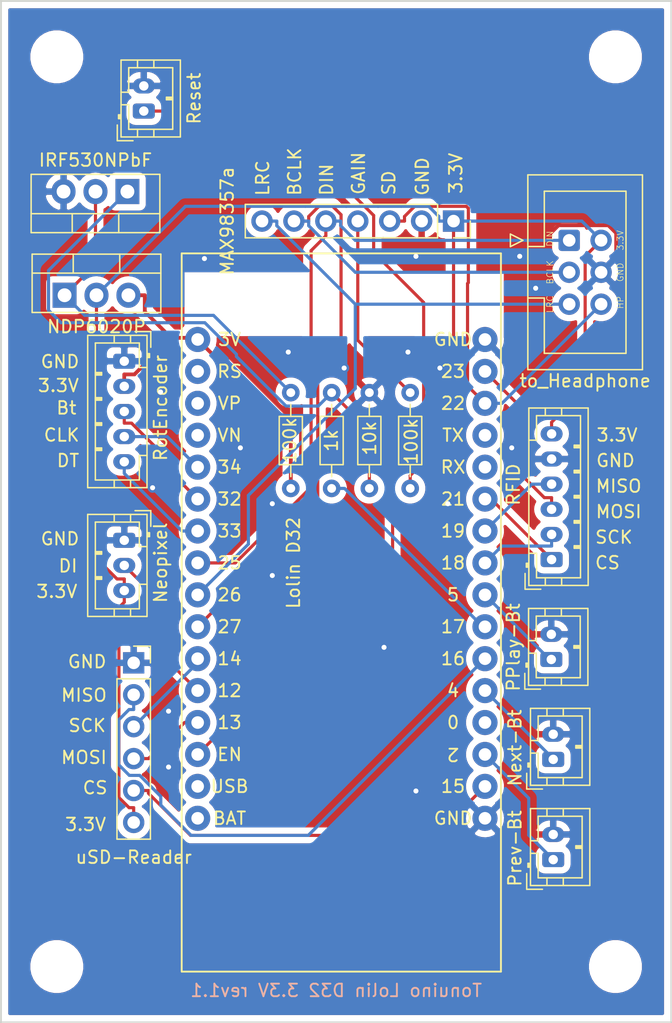
<source format=kicad_pcb>
(kicad_pcb (version 20171130) (host pcbnew "(5.1.8-0-10_14)")
  (layers (0 F.Cu signal) (31 B.Cu signal) (34 B.Paste user) (35 F.Paste user) (36 B.SilkS user) (37 F.SilkS user) (38 B.Mask user) (39 F.Mask user) (44 Edge.Cuts user))
  (net 0 "")
  (net 1 I2S_LRC)
  (net 2 I2S_BCLK)
  (net 3 DIN)
  (net 4 "Net-(J1-Pad4)")
  (net 5 Headphone)
  (net 6 GND)
  (net 7 SW_Power3.3)
  (net 8 NEO_DO)
  (net 9 +3V3)
  (net 10 ROTENC_BUT)
  (net 11 ROTENC_CLK)
  (net 12 ROTENC_DT)
  (net 13 BUT_NEXT)
  (net 14 CS_RFID)
  (net 15 SCK_RFID)
  (net 16 MOSI_RFID)
  (net 17 MISO_RFID)
  (net 18 BUT_PREV)
  (net 19 BUT_PPLAY)
  (net 20 MISO_SD)
  (net 21 SCK_SD)
  (net 22 MOSI_SD)
  (net 23 CS_SD)
  (net 24 "Net-(M1-Pad13)")
  (net 25 "Net-(M1-Pad14)")
  (net 26 "Net-(M1-Pad15)")
  (net 27 "Net-(M1-Pad20)")
  (net 28 "Net-(M1-Pad23)")
  (net 29 "Net-(Q1-Pad1)")
  (net 30 "Net-(Q2-Pad1)")
  (net 31 "Net-(M1-Pad1)")
  (net 32 "Net-(M1-Pad2)")
  (net 33 "Net-(M1-Pad28)")
  (net 34 "Net-(M1-Pad29)")
  (net 35 EN)
  (module MountingHole:MountingHole_3.2mm_M3 (layer F.Cu) (at 106.045 23.495)
    (fp_text reference H1 hide)
    (fp_text value MountingHole hide)
    (pad 1 np_thru_hole circle (at 0 0) (size 3.2 3.2) (drill 3.2) (layers *.Cu *.Mask))
  )
  (module MountingHole:MountingHole_3.2mm_M3 (layer F.Cu) (at 150.495 23.495)
    (fp_text reference H2 hide)
    (fp_text value MountingHole hide)
    (pad 1 np_thru_hole circle (at 0 0) (size 3.2 3.2) (drill 3.2) (layers *.Cu *.Mask))
  )
  (module MountingHole:MountingHole_3.2mm_M3 (layer F.Cu) (at 106.045 95.885)
    (fp_text reference H3 hide)
    (fp_text value MountingHole hide)
    (pad 1 np_thru_hole circle (at 0 0) (size 3.2 3.2) (drill 3.2) (layers *.Cu *.Mask))
  )
  (module MountingHole:MountingHole_3.2mm_M3 (layer F.Cu) (at 150.495 95.885)
    (fp_text reference H4 hide)
    (fp_text value MountingHole hide)
    (pad 1 np_thru_hole circle (at 0 0) (size 3.2 3.2) (drill 3.2) (layers *.Cu *.Mask))
  )
  (module Connector_JST:JST_PH_B3B-PH-K_1x03_P2.00mm_Vertical (layer F.Cu) (at 111.412 61.968 270)
    (fp_text reference J2 hide)
    (fp_text value Neopixel (at 1.786 -2.888 90) (layer F.SilkS))
    (pad 1 thru_hole roundrect (at 0 0 270) (size 1.2 1.75) (drill 0.75) (layers *.Cu *.Mask) (roundrect_rratio 0.2083325) (net 6 GND))
    (pad 2 thru_hole oval (at 2 0 270) (size 1.2 1.75) (drill 0.75) (layers *.Cu *.Mask) (net 8 NEO_DO))
    (pad 3 thru_hole oval (at 4 0 270) (size 1.2 1.75) (drill 0.75) (layers *.Cu *.Mask) (net 7 SW_Power3.3))
  )
  (module Connector_IDC:IDC-Header_2x03_P2.54mm_Vertical (layer F.Cu) (at 146.812 38.1)
    (fp_text reference J3 hide)
    (fp_text value to_Headphone (at 1.27 11.18) (layer F.SilkS))
    (pad 1 thru_hole roundrect (at 0 0) (size 1.7 1.7) (drill 1) (layers *.Cu *.Mask) (roundrect_rratio 0.1470588235294118) (net 3 DIN))
    (pad 3 thru_hole circle (at 0 2.54) (size 1.7 1.7) (drill 1) (layers *.Cu *.Mask) (net 2 I2S_BCLK))
    (pad 5 thru_hole circle (at 0 5.08) (size 1.7 1.7) (drill 1) (layers *.Cu *.Mask) (net 1 I2S_LRC))
    (pad 2 thru_hole circle (at 2.54 0) (size 1.7 1.7) (drill 1) (layers *.Cu *.Mask) (net 7 SW_Power3.3))
    (pad 4 thru_hole circle (at 2.54 2.54) (size 1.7 1.7) (drill 1) (layers *.Cu *.Mask) (net 6 GND))
    (pad 6 thru_hole circle (at 2.54 5.08) (size 1.7 1.7) (drill 1) (layers *.Cu *.Mask) (net 5 Headphone))
  )
  (module Connector_JST:JST_PH_B5B-PH-K_1x05_P2.00mm_Vertical (layer F.Cu) (at 111.412 47.718 270)
    (fp_text reference J4 hide)
    (fp_text value RotEncoder (at 3.717 -2.888 90) (layer F.SilkS))
    (pad 1 thru_hole roundrect (at 0 0 270) (size 1.2 1.75) (drill 0.75) (layers *.Cu *.Mask) (roundrect_rratio 0.2083325) (net 6 GND))
    (pad 2 thru_hole oval (at 2 0 270) (size 1.2 1.75) (drill 0.75) (layers *.Cu *.Mask) (net 9 +3V3))
    (pad 3 thru_hole oval (at 4 0 270) (size 1.2 1.75) (drill 0.75) (layers *.Cu *.Mask) (net 10 ROTENC_BUT))
    (pad 4 thru_hole oval (at 6 0 270) (size 1.2 1.75) (drill 0.75) (layers *.Cu *.Mask) (net 11 ROTENC_CLK))
    (pad 5 thru_hole oval (at 8 0 270) (size 1.2 1.75) (drill 0.75) (layers *.Cu *.Mask) (net 12 ROTENC_DT))
  )
  (module Connector_JST:JST_PH_B2B-PH-K_1x02_P2.00mm_Vertical (layer F.Cu) (at 145.542 79.4004 90)
    (fp_text reference J5 hide)
    (fp_text value Next-Bt (at 0.9144 -3.048 90) (layer F.SilkS))
    (pad 1 thru_hole roundrect (at 0 0 90) (size 1.2 1.75) (drill 0.75) (layers *.Cu *.Mask) (roundrect_rratio 0.2083325) (net 13 BUT_NEXT))
    (pad 2 thru_hole oval (at 2 0 90) (size 1.2 1.75) (drill 0.75) (layers *.Cu *.Mask) (net 6 GND))
  )
  (module Connector_JST:JST_PH_B6B-PH-K_1x06_P2.00mm_Vertical (layer F.Cu) (at 145.412 63.5 90)
    (fp_text reference J6 hide)
    (fp_text value RFID (at 5.969 -3.045 90) (layer F.SilkS))
    (pad 1 thru_hole roundrect (at 0 0 90) (size 1.2 1.75) (drill 0.75) (layers *.Cu *.Mask) (roundrect_rratio 0.2083325) (net 14 CS_RFID))
    (pad 2 thru_hole oval (at 2 0 90) (size 1.2 1.75) (drill 0.75) (layers *.Cu *.Mask) (net 15 SCK_RFID))
    (pad 3 thru_hole oval (at 4 0 90) (size 1.2 1.75) (drill 0.75) (layers *.Cu *.Mask) (net 16 MOSI_RFID))
    (pad 4 thru_hole oval (at 6 0 90) (size 1.2 1.75) (drill 0.75) (layers *.Cu *.Mask) (net 17 MISO_RFID))
    (pad 5 thru_hole oval (at 8 0 90) (size 1.2 1.75) (drill 0.75) (layers *.Cu *.Mask) (net 6 GND))
    (pad 6 thru_hole oval (at 10 0 90) (size 1.2 1.75) (drill 0.75) (layers *.Cu *.Mask) (net 7 SW_Power3.3))
  )
  (module Connector_JST:JST_PH_B2B-PH-K_1x02_P2.00mm_Vertical (layer F.Cu) (at 145.542 87.376 90)
    (fp_text reference J7 hide)
    (fp_text value Prev-Bt hide)
    (pad 2 thru_hole oval (at 2 0 90) (size 1.2 1.75) (drill 0.75) (layers *.Cu *.Mask) (net 6 GND))
    (pad 1 thru_hole roundrect (at 0 0 90) (size 1.2 1.75) (drill 0.75) (layers *.Cu *.Mask) (roundrect_rratio 0.2083325) (net 18 BUT_PREV))
  )
  (module Connector_JST:JST_PH_B2B-PH-K_1x02_P2.00mm_Vertical (layer F.Cu) (at 145.39 71.4502 90)
    (fp_text reference J8 hide)
    (fp_text value PPlay-Bt (at 0.9652 -3.023 90) (layer F.SilkS))
    (pad 1 thru_hole roundrect (at 0 0 90) (size 1.2 1.75) (drill 0.75) (layers *.Cu *.Mask) (roundrect_rratio 0.2083325) (net 19 BUT_PPLAY))
    (pad 2 thru_hole oval (at 2 0 90) (size 1.2 1.75) (drill 0.75) (layers *.Cu *.Mask) (net 6 GND))
  )
  (module footprints:LolinD32 (layer F.Cu) (at 127.412 63.768 90)
    (fp_text reference M1 hide)
    (fp_text value "Lolin D32" (at 0 -2.54 90) (layer F.SilkS))
    (fp_text user BAT (at -20.32 -7.62) (layer F.SilkS))
    (fp_text user USB (at -17.78 -7.62) (layer F.SilkS))
    (fp_text user EN (at -15.24 -7.62) (layer F.SilkS))
    (fp_text user 13 (at -12.7 -7.62) (layer F.SilkS))
    (fp_text user 12 (at -10.16 -7.62) (layer F.SilkS))
    (fp_text user 14 (at -7.62 -7.62) (layer F.SilkS))
    (fp_text user 27 (at -5.08 -7.62) (layer F.SilkS))
    (fp_text user 26 (at -2.54 -7.62) (layer F.SilkS))
    (fp_text user 25 (at 0 -7.62) (layer F.SilkS))
    (fp_text user 33 (at 2.54 -7.62) (layer F.SilkS))
    (fp_text user 32 (at 5.08 -7.62) (layer F.SilkS))
    (fp_text user 34 (at 7.62 -7.62) (layer F.SilkS))
    (fp_text user VN (at 10.16 -7.62) (layer F.SilkS))
    (fp_text user VP (at 12.7 -7.62) (layer F.SilkS))
    (fp_text user RS (at 15.24 -7.62) (layer F.SilkS))
    (fp_text user 3V (at 17.78 -7.62) (layer F.SilkS))
    (fp_text user GND (at -20.32 10.16) (layer F.SilkS))
    (fp_text user 15 (at -17.78 10.16) (layer F.SilkS))
    (fp_text user 2 (at -15.24 10.16 180 unlocked) (layer F.SilkS))
    (fp_text user 0 (at -12.7 10.16) (layer F.SilkS))
    (fp_text user 4 (at -10.16 10.16) (layer F.SilkS))
    (fp_text user 16 (at -7.62 10.16) (layer F.SilkS))
    (fp_text user 17 (at -5.08 10.16) (layer F.SilkS))
    (fp_text user 5 (at -2.54 10.16) (layer F.SilkS))
    (fp_text user 18 (at 0 10.16) (layer F.SilkS))
    (fp_text user 19 (at 2.54 10.16) (layer F.SilkS))
    (fp_text user 21 (at 5.08 10.16) (layer F.SilkS))
    (fp_text user RX (at 7.62 10.16) (layer F.SilkS))
    (fp_text user TX (at 10.16 10.16) (layer F.SilkS))
    (fp_text user 22 (at 12.7 10.16) (layer F.SilkS))
    (fp_text user 23 (at 15.24 10.16) (layer F.SilkS))
    (fp_text user GND (at 17.78 10.16) (layer F.SilkS))
    (pad 1 thru_hole circle (at -20.32 -10.16 90) (size 2 2) (drill 1) (layers *.Cu *.Mask) (net 31 "Net-(M1-Pad1)"))
    (pad 2 thru_hole circle (at -17.78 -10.16 90) (size 2 2) (drill 1) (layers *.Cu *.Mask) (net 32 "Net-(M1-Pad2)"))
    (pad 3 thru_hole circle (at -15.24 -10.16 90) (size 2 2) (drill 1) (layers *.Cu *.Mask) (net 35 EN))
    (pad 4 thru_hole circle (at -12.7 -10.16 90) (size 2 2) (drill 1) (layers *.Cu *.Mask) (net 22 MOSI_SD))
    (pad 5 thru_hole circle (at -10.16 -10.16 90) (size 2 2) (drill 1) (layers *.Cu *.Mask) (net 8 NEO_DO))
    (pad 6 thru_hole circle (at -7.62 -10.16 90) (size 2 2) (drill 1) (layers *.Cu *.Mask) (net 21 SCK_SD))
    (pad 7 thru_hole circle (at -5.08 -10.16 90) (size 2 2) (drill 1) (layers *.Cu *.Mask) (net 2 I2S_BCLK))
    (pad 8 thru_hole circle (at -2.54 -10.16 90) (size 2 2) (drill 1) (layers *.Cu *.Mask) (net 1 I2S_LRC))
    (pad 9 thru_hole circle (at 0 -10.16 90) (size 2 2) (drill 1) (layers *.Cu *.Mask) (net 3 DIN))
    (pad 10 thru_hole circle (at 2.54 -10.16 90) (size 2 2) (drill 1) (layers *.Cu *.Mask) (net 12 ROTENC_DT))
    (pad 11 thru_hole circle (at 5.08 -10.16 90) (size 2 2) (drill 1) (layers *.Cu *.Mask) (net 10 ROTENC_BUT))
    (pad 12 thru_hole circle (at 7.62 -10.16 90) (size 2 2) (drill 1) (layers *.Cu *.Mask) (net 11 ROTENC_CLK))
    (pad 13 thru_hole circle (at 10.16 -10.16 90) (size 2 2) (drill 1) (layers *.Cu *.Mask) (net 24 "Net-(M1-Pad13)"))
    (pad 14 thru_hole circle (at 12.7 -10.16 90) (size 2 2) (drill 1) (layers *.Cu *.Mask) (net 25 "Net-(M1-Pad14)"))
    (pad 15 thru_hole circle (at 15.24 -10.16 90) (size 2 2) (drill 1) (layers *.Cu *.Mask) (net 26 "Net-(M1-Pad15)"))
    (pad 16 thru_hole circle (at 17.78 -10.16 90) (size 2 2) (drill 1) (layers *.Cu *.Mask) (net 9 +3V3))
    (pad 17 thru_hole circle (at -20.32 12.7 90) (size 2 2) (drill 1) (layers *.Cu *.Mask) (net 6 GND))
    (pad 18 thru_hole circle (at -17.78 12.7 90) (size 2 2) (drill 1) (layers *.Cu *.Mask) (net 23 CS_SD))
    (pad 19 thru_hole circle (at -15.24 12.7 90) (size 2 2) (drill 1) (layers *.Cu *.Mask) (net 18 BUT_PREV))
    (pad 20 thru_hole circle (at -12.7 12.7 90) (size 2 2) (drill 1) (layers *.Cu *.Mask) (net 27 "Net-(M1-Pad20)"))
    (pad 21 thru_hole circle (at -10.16 12.7 90) (size 2 2) (drill 1) (layers *.Cu *.Mask) (net 13 BUT_NEXT))
    (pad 22 thru_hole circle (at -7.62 12.7 90) (size 2 2) (drill 1) (layers *.Cu *.Mask) (net 20 MISO_SD))
    (pad 23 thru_hole circle (at -5.08 12.7 90) (size 2 2) (drill 1) (layers *.Cu *.Mask) (net 28 "Net-(M1-Pad23)"))
    (pad 24 thru_hole circle (at -2.54 12.7 90) (size 2 2) (drill 1) (layers *.Cu *.Mask) (net 19 BUT_PPLAY))
    (pad 25 thru_hole circle (at 0 12.7 90) (size 2 2) (drill 1) (layers *.Cu *.Mask) (net 15 SCK_RFID))
    (pad 26 thru_hole circle (at 2.54 12.7 90) (size 2 2) (drill 1) (layers *.Cu *.Mask) (net 17 MISO_RFID))
    (pad 27 thru_hole circle (at 5.08 12.7 90) (size 2 2) (drill 1) (layers *.Cu *.Mask) (net 14 CS_RFID))
    (pad 28 thru_hole circle (at 7.62 12.7 90) (size 2 2) (drill 1) (layers *.Cu *.Mask) (net 33 "Net-(M1-Pad28)"))
    (pad 29 thru_hole circle (at 10.16 12.7 90) (size 2 2) (drill 1) (layers *.Cu *.Mask) (net 34 "Net-(M1-Pad29)"))
    (pad 30 thru_hole circle (at 12.7 12.7 90) (size 2 2) (drill 1) (layers *.Cu *.Mask) (net 5 Headphone))
    (pad 31 thru_hole circle (at 15.24 12.7 90) (size 2 2) (drill 1) (layers *.Cu *.Mask) (net 16 MOSI_RFID))
    (pad 32 thru_hole circle (at 17.78 12.7 90) (size 2 2) (drill 1) (layers *.Cu *.Mask) (net 6 GND))
  )
  (module Package_TO_SOT_THT:TO-220-3_Vertical (layer F.Cu) (at 106.662 42.468)
    (fp_text reference Q1 hide)
    (fp_text value NDP6020P (at 2.54 2.5) (layer F.SilkS))
    (pad 3 thru_hole oval (at 5.08 0) (size 1.905 2) (drill 1.1) (layers *.Cu *.Mask) (net 9 +3V3))
    (pad 2 thru_hole oval (at 2.54 0) (size 1.905 2) (drill 1.1) (layers *.Cu *.Mask) (net 7 SW_Power3.3))
    (pad 1 thru_hole rect (at 0 0) (size 1.905 2) (drill 1.1) (layers *.Cu *.Mask) (net 29 "Net-(Q1-Pad1)"))
  )
  (module Package_TO_SOT_THT:TO-220-3_Vertical (layer F.Cu) (at 111.662 34.218 180)
    (fp_text reference Q2 hide)
    (fp_text value IRF530NPbF (at 2.54 2.5) (layer F.SilkS))
    (pad 1 thru_hole rect (at 0 0 180) (size 1.905 2) (drill 1.1) (layers *.Cu *.Mask) (net 30 "Net-(Q2-Pad1)"))
    (pad 2 thru_hole oval (at 2.54 0 180) (size 1.905 2) (drill 1.1) (layers *.Cu *.Mask) (net 29 "Net-(Q1-Pad1)"))
    (pad 3 thru_hole oval (at 5.08 0 180) (size 1.905 2) (drill 1.1) (layers *.Cu *.Mask) (net 6 GND))
  )
  (module Resistor_THT:R_Axial_DIN0204_L3.6mm_D1.6mm_P7.62mm_Horizontal (layer F.Cu) (at 134.162 50.218 270)
    (fp_text reference R1 hide)
    (fp_text value 100k (at 3.884 -0.077 90) (layer F.SilkS))
    (pad 2 thru_hole oval (at 7.62 0 270) (size 1.4 1.4) (drill 0.7) (layers *.Cu *.Mask) (net 7 SW_Power3.3))
    (pad 1 thru_hole circle (at 0 0 270) (size 1.4 1.4) (drill 0.7) (layers *.Cu *.Mask) (net 4 "Net-(J1-Pad4)"))
  )
  (module Resistor_THT:R_Axial_DIN0204_L3.6mm_D1.6mm_P7.62mm_Horizontal (layer F.Cu) (at 127.912 50.218 270)
    (fp_text reference R2 hide)
    (fp_text value 1k (at 3.81 0.023 90) (layer F.SilkS))
    (pad 1 thru_hole circle (at 0 0 270) (size 1.4 1.4) (drill 0.7) (layers *.Cu *.Mask) (net 30 "Net-(Q2-Pad1)"))
    (pad 2 thru_hole oval (at 7.62 0 270) (size 1.4 1.4) (drill 0.7) (layers *.Cu *.Mask) (net 28 "Net-(M1-Pad23)"))
  )
  (module Resistor_THT:R_Axial_DIN0204_L3.6mm_D1.6mm_P7.62mm_Horizontal (layer F.Cu) (at 124.662 50.218 270)
    (fp_text reference R3 hide)
    (fp_text value 100k (at 3.81 0.075 90) (layer F.SilkS))
    (pad 1 thru_hole circle (at 0 0 270) (size 1.4 1.4) (drill 0.7) (layers *.Cu *.Mask) (net 29 "Net-(Q1-Pad1)"))
    (pad 2 thru_hole oval (at 7.62 0 270) (size 1.4 1.4) (drill 0.7) (layers *.Cu *.Mask) (net 9 +3V3))
  )
  (module Resistor_THT:R_Axial_DIN0204_L3.6mm_D1.6mm_P7.62mm_Horizontal (layer F.Cu) (at 130.912 50.218 270)
    (fp_text reference R4 hide)
    (fp_text value 10k (at 3.63 -0.025 90) (layer F.SilkS))
    (pad 2 thru_hole oval (at 7.62 0 270) (size 1.4 1.4) (drill 0.7) (layers *.Cu *.Mask) (net 30 "Net-(Q2-Pad1)"))
    (pad 1 thru_hole circle (at 0 0 270) (size 1.4 1.4) (drill 0.7) (layers *.Cu *.Mask) (net 6 GND))
  )
  (module Connector_PinSocket_2.54mm:PinSocket_1x07_P2.54mm_Vertical (layer F.Cu) (at 137.612 36.568 270)
    (fp_text reference J1 hide)
    (fp_text value MAX98357a (at 0 18.01 90) (layer F.SilkS))
    (pad 1 thru_hole rect (at 0 0 270) (size 1.7 1.7) (drill 1) (layers *.Cu *.Mask) (net 7 SW_Power3.3))
    (pad 2 thru_hole oval (at 0 2.54 270) (size 1.7 1.7) (drill 1) (layers *.Cu *.Mask) (net 6 GND))
    (pad 3 thru_hole oval (at 0 5.08 270) (size 1.7 1.7) (drill 1) (layers *.Cu *.Mask) (net 5 Headphone))
    (pad 4 thru_hole oval (at 0 7.62 270) (size 1.7 1.7) (drill 1) (layers *.Cu *.Mask) (net 4 "Net-(J1-Pad4)"))
    (pad 5 thru_hole oval (at 0 10.16 270) (size 1.7 1.7) (drill 1) (layers *.Cu *.Mask) (net 3 DIN))
    (pad 6 thru_hole oval (at 0 12.7 270) (size 1.7 1.7) (drill 1) (layers *.Cu *.Mask) (net 2 I2S_BCLK))
    (pad 7 thru_hole oval (at 0 15.24 270) (size 1.7 1.7) (drill 1) (layers *.Cu *.Mask) (net 1 I2S_LRC))
  )
  (module Connector_JST:JST_PH_B2B-PH-K_1x02_P2.00mm_Vertical (layer F.Cu) (at 112.966 27.813 90)
    (fp_text reference J9 hide)
    (fp_text value Reset (at 1 4 90) (layer F.SilkS))
    (pad 1 thru_hole roundrect (at 0 0 90) (size 1.2 1.75) (drill 0.75) (layers *.Cu *.Mask) (roundrect_rratio 0.2083325) (net 35 EN))
    (pad 2 thru_hole oval (at 2 0 90) (size 1.2 1.75) (drill 0.75) (layers *.Cu *.Mask) (net 6 GND))
  )
  (module Connector_PinSocket_2.54mm:PinSocket_1x06_P2.54mm_Vertical (layer F.Cu) (at 112.162 71.718)
    (fp_text reference J10 hide)
    (fp_text value uSD-Reader (at 0 15.47) (layer F.SilkS))
    (pad 1 thru_hole rect (at 0 0) (size 1.7 1.7) (drill 1) (layers *.Cu *.Mask) (net 6 GND))
    (pad 2 thru_hole oval (at 0 2.54) (size 1.7 1.7) (drill 1) (layers *.Cu *.Mask) (net 20 MISO_SD))
    (pad 3 thru_hole oval (at 0 5.08) (size 1.7 1.7) (drill 1) (layers *.Cu *.Mask) (net 21 SCK_SD))
    (pad 4 thru_hole oval (at 0 7.62) (size 1.7 1.7) (drill 1) (layers *.Cu *.Mask) (net 22 MOSI_SD))
    (pad 5 thru_hole oval (at 0 10.16) (size 1.7 1.7) (drill 1) (layers *.Cu *.Mask) (net 23 CS_SD))
    (pad 6 thru_hole oval (at 0 12.7) (size 1.7 1.7) (drill 1) (layers *.Cu *.Mask) (net 7 SW_Power3.3))
  )
  (gr_line (start 101.6 100.33) (end 101.6 19.05) (layer Edge.Cuts) (width 0.15))
  (gr_line (start 154.94 100.33) (end 101.6 100.33) (layer Edge.Cuts) (width 0.15))
  (gr_line (start 154.94 19.05) (end 154.94 100.33) (layer Edge.Cuts) (width 0.15))
  (gr_line (start 101.6 19.05) (end 154.94 19.05) (layer Edge.Cuts) (width 0.15))
  (gr_text "Tonuino Lolin D32 3.3V rev1.1" (at 128.27 97.79) (layer B.SilkS) (effects (font (size 1 1)) (justify mirror)))
  (gr_text 3.3V (at 137.795 32.766 90) (layer F.SilkS) (effects (font (size 1 1))))
  (gr_text GND (at 135.128 33.02 90) (layer F.SilkS) (effects (font (size 1 1))))
  (gr_text SD (at 132.461 33.528 90) (layer F.SilkS) (effects (font (size 1 1))))
  (gr_text GAIN (at 130.048 32.766 90) (layer F.SilkS) (effects (font (size 1 1))))
  (gr_text DIN (at 127.508 33.274 90) (layer F.SilkS) (effects (font (size 1 1))))
  (gr_text BCLK (at 124.968 32.639 90) (layer F.SilkS) (effects (font (size 1 1))))
  (gr_text LRC (at 122.428 33.147 90) (layer F.SilkS) (effects (font (size 1 1))))
  (gr_text LRC (at 145.288 43.18 90) (layer F.SilkS) (effects (font (size 0.5 0.5) (thickness 0.05))))
  (gr_text BCLK (at 145.288 40.64 90) (layer F.SilkS) (effects (font (size 0.5 0.5) (thickness 0.05))))
  (gr_text DIN (at 145.288 37.973 90) (layer F.SilkS) (effects (font (size 0.5 0.5) (thickness 0.05))))
  (gr_text 3.3V (at 150.876 38.1 90) (layer F.SilkS) (effects (font (size 0.5 0.5) (thickness 0.05))))
  (gr_text GND (at 150.876 40.64 90) (layer F.SilkS) (effects (font (size 0.5 0.5) (thickness 0.05))))
  (gr_text HP (at 150.876 43.053 90) (layer F.SilkS) (effects (font (size 0.5 0.5) (thickness 0.05))))
  (gr_text CS (at 149.86 63.754) (layer F.SilkS) (effects (font (size 1 1))))
  (gr_text SCK (at 150.368 61.722) (layer F.SilkS) (effects (font (size 1 1))))
  (gr_text MOSI (at 150.749 59.69) (layer F.SilkS) (effects (font (size 1 1))))
  (gr_text MISO (at 150.749 57.658) (layer F.SilkS) (effects (font (size 1 1))))
  (gr_text GND (at 150.495 55.626) (layer F.SilkS) (effects (font (size 1 1))))
  (gr_text 3.3V (at 150.622 53.594) (layer F.SilkS) (effects (font (size 1 1))))
  (gr_text Prev-Bt (at 142.494 86.487 90) (layer F.SilkS) (effects (font (size 1 1))))
  (gr_text 3.3V (at 108.331 84.582) (layer F.SilkS) (effects (font (size 1 1))))
  (gr_text CS (at 109.093 81.661) (layer F.SilkS) (effects (font (size 1 1))))
  (gr_text MOSI (at 108.204 79.248) (layer F.SilkS) (effects (font (size 1 1))))
  (gr_text SCK (at 108.458 76.708) (layer F.SilkS) (effects (font (size 1 1))))
  (gr_text MISO (at 108.204 74.295) (layer F.SilkS) (effects (font (size 1 1))))
  (gr_text GND (at 108.458 71.628) (layer F.SilkS) (effects (font (size 1 1))))
  (gr_text 3.3V (at 106.045 66.04) (layer F.SilkS) (effects (font (size 1 1))))
  (gr_text DI (at 106.934 64.008) (layer F.SilkS) (effects (font (size 1 1))))
  (gr_text GND (at 106.299 61.849) (layer F.SilkS) (effects (font (size 1 1))))
  (gr_text DT (at 106.934 55.626) (layer F.SilkS) (effects (font (size 1 1))))
  (gr_text CLK (at 106.426 53.594) (layer F.SilkS) (effects (font (size 1 1))))
  (gr_text Bt (at 106.807 51.435) (layer F.SilkS) (effects (font (size 1 1))))
  (gr_text 3.3V (at 106.172 49.657) (layer F.SilkS) (effects (font (size 1 1))))
  (gr_text GND (at 106.299 47.752) (layer F.SilkS) (effects (font (size 1 1))))
  (segment (start 129.792 43.18) (end 146.812 43.18) (width 0.25) (layer B.Cu) (net 1))
  (segment (start 123.5473 36.568) (end 123.5473 36.9353) (width 0.25) (layer B.Cu) (net 1))
  (segment (start 123.5473 36.9353) (end 129.792 43.18) (width 0.25) (layer B.Cu) (net 1))
  (segment (start 117.252 66.308) (end 121.287 62.273) (width 0.25) (layer B.Cu) (net 1))
  (segment (start 121.287 62.273) (end 121.287 58.3929) (width 0.25) (layer B.Cu) (net 1))
  (segment (start 121.287 58.3929) (end 129.792 49.8879) (width 0.25) (layer B.Cu) (net 1))
  (segment (start 129.792 49.8879) (end 129.792 43.18) (width 0.25) (layer B.Cu) (net 1))
  (segment (start 122.372 36.568) (end 123.5473 36.568) (width 0.25) (layer B.Cu) (net 1))
  (segment (start 124.912 36.568) (end 126.0873 36.568) (width 0.25) (layer F.Cu) (net 2))
  (segment (start 126.0873 36.568) (end 126.0873 36.2007) (width 0.25) (layer F.Cu) (net 2))
  (segment (start 126.0873 36.2007) (end 126.903 35.385) (width 0.25) (layer F.Cu) (net 2))
  (segment (start 126.903 35.385) (end 127.9847 35.385) (width 0.25) (layer F.Cu) (net 2))
  (segment (start 127.9847 35.385) (end 128.6606 36.0609) (width 0.25) (layer F.Cu) (net 2))
  (segment (start 128.6606 36.0609) (end 128.6606 46.0482) (width 0.25) (layer F.Cu) (net 2))
  (segment (start 128.6606 46.0482) (end 126.8069 47.9019) (width 0.25) (layer F.Cu) (net 2))
  (segment (start 126.8069 47.9019) (end 126.8069 59.2931) (width 0.25) (layer F.Cu) (net 2))
  (segment (start 126.8069 59.2931) (end 117.252 68.848) (width 0.25) (layer F.Cu) (net 2))
  (segment (start 124.912 36.568) (end 126.0873 36.568) (width 0.25) (layer B.Cu) (net 2))
  (segment (start 126.0873 36.568) (end 126.0873 36.9353) (width 0.25) (layer B.Cu) (net 2))
  (segment (start 126.0873 36.9353) (end 129.792 40.64) (width 0.25) (layer B.Cu) (net 2))
  (segment (start 129.792 40.64) (end 146.812 40.64) (width 0.25) (layer B.Cu) (net 2))
  (segment (start 127.452 36.568) (end 127.452 37.7433) (width 0.25) (layer F.Cu) (net 3))
  (segment (start 127.452 37.7433) (end 126.2767 38.9186) (width 0.25) (layer F.Cu) (net 3))
  (segment (start 126.2767 38.9186) (end 126.2767 57.7399) (width 0.25) (layer F.Cu) (net 3))
  (segment (start 126.2767 57.7399) (end 120.2486 63.768) (width 0.25) (layer F.Cu) (net 3))
  (segment (start 120.2486 63.768) (end 117.252 63.768) (width 0.25) (layer F.Cu) (net 3))
  (segment (start 127.452 36.568) (end 128.6273 36.568) (width 0.25) (layer B.Cu) (net 3))
  (segment (start 128.6273 36.568) (end 128.6273 36.9353) (width 0.25) (layer B.Cu) (net 3))
  (segment (start 128.6273 36.9353) (end 129.792 38.1) (width 0.25) (layer B.Cu) (net 3))
  (segment (start 129.792 38.1) (end 146.812 38.1) (width 0.25) (layer B.Cu) (net 3))
  (segment (start 129.992 36.568) (end 129.992 46.048) (width 0.25) (layer F.Cu) (net 4))
  (segment (start 129.992 46.048) (end 134.162 50.218) (width 0.25) (layer F.Cu) (net 4))
  (segment (start 132.532 36.568) (end 133.7073 36.568) (width 0.25) (layer F.Cu) (net 5))
  (segment (start 133.7073 36.568) (end 133.7073 36.2007) (width 0.25) (layer F.Cu) (net 5))
  (segment (start 133.7073 36.2007) (end 134.5154 35.3926) (width 0.25) (layer F.Cu) (net 5))
  (segment (start 134.5154 35.3926) (end 138.6287 35.3926) (width 0.25) (layer F.Cu) (net 5))
  (segment (start 138.6287 35.3926) (end 138.7896 35.5535) (width 0.25) (layer F.Cu) (net 5))
  (segment (start 138.7896 35.5535) (end 138.7896 41.4659) (width 0.25) (layer F.Cu) (net 5))
  (segment (start 138.7896 41.4659) (end 138.724 41.5315) (width 0.25) (layer F.Cu) (net 5))
  (segment (start 138.724 41.5315) (end 138.724 49.68) (width 0.25) (layer F.Cu) (net 5))
  (segment (start 138.724 49.68) (end 140.112 51.068) (width 0.25) (layer F.Cu) (net 5))
  (segment (start 140.112 51.068) (end 141.464 51.068) (width 0.25) (layer B.Cu) (net 5))
  (segment (start 141.464 51.068) (end 149.352 43.18) (width 0.25) (layer B.Cu) (net 5))
  (via (at 117.79 39.55) (size 0.8) (drill 0.4) (layers F.Cu B.Cu) (net 6))
  (via (at 132.08 70.485) (size 0.8) (drill 0.4) (layers F.Cu B.Cu) (net 6))
  (via (at 134.62 81.915) (size 0.8) (drill 0.4) (layers F.Cu B.Cu) (net 6))
  (via (at 123.19 64.77) (size 0.8) (drill 0.4) (layers F.Cu B.Cu) (net 6))
  (via (at 137.16 59.055) (size 0.8) (drill 0.4) (layers F.Cu B.Cu) (net 6))
  (via (at 136.525 48.26) (size 0.8) (drill 0.4) (layers F.Cu B.Cu) (net 6))
  (via (at 133.985 46.99) (size 0.8) (drill 0.4) (layers F.Cu B.Cu) (net 6))
  (via (at 114.3 50.165) (size 0.8) (drill 0.4) (layers F.Cu B.Cu) (net 6))
  (via (at 123.19 59.055) (size 0.8) (drill 0.4) (layers F.Cu B.Cu) (net 6))
  (via (at 120.65 54.61) (size 0.8) (drill 0.4) (layers F.Cu B.Cu) (net 6))
  (via (at 113.665 57.785) (size 0.8) (drill 0.4) (layers F.Cu B.Cu) (net 6))
  (via (at 144.145 41.91) (size 0.8) (drill 0.4) (layers F.Cu B.Cu) (net 6))
  (via (at 142.875 39.37) (size 0.8) (drill 0.4) (layers F.Cu B.Cu) (net 6))
  (via (at 134.62 39.37) (size 0.8) (drill 0.4) (layers F.Cu B.Cu) (net 6))
  (via (at 114.935 75.565) (size 0.8) (drill 0.4) (layers F.Cu B.Cu) (net 6))
  (segment (start 114.935 75.565) (end 114.935 80.01) (width 0.3) (layer B.Cu) (net 6))
  (segment (start 114.935 80.01) (end 114.935 80.01) (width 0.3) (layer B.Cu) (net 6))
  (via (at 114.935 80.01) (size 0.8) (drill 0.4) (layers F.Cu B.Cu) (net 6))
  (segment (start 135.072 38.918) (end 134.62 39.37) (width 0.3) (layer F.Cu) (net 6))
  (segment (start 135.072 36.568) (end 135.072 38.918) (width 0.3) (layer F.Cu) (net 6))
  (segment (start 144.145 38.718454) (end 144.145 41.91) (width 0.3) (layer F.Cu) (net 6))
  (segment (start 145.963464 36.89999) (end 144.145 38.718454) (width 0.3) (layer F.Cu) (net 6))
  (segment (start 149.927992 36.89999) (end 145.963464 36.89999) (width 0.3) (layer F.Cu) (net 6))
  (segment (start 150.552001 37.523999) (end 149.927992 36.89999) (width 0.3) (layer F.Cu) (net 6))
  (segment (start 150.552001 39.439999) (end 150.552001 37.523999) (width 0.3) (layer F.Cu) (net 6))
  (segment (start 149.352 40.64) (end 150.552001 39.439999) (width 0.3) (layer F.Cu) (net 6))
  (via (at 128.905 48.26) (size 0.8) (drill 0.4) (layers F.Cu B.Cu) (net 6))
  (segment (start 128.905 48.26) (end 125.095 48.26) (width 0.3) (layer B.Cu) (net 6))
  (segment (start 125.095 48.26) (end 124.46 47.625) (width 0.3) (layer B.Cu) (net 6))
  (via (at 124.46 46.99) (size 0.8) (drill 0.4) (layers F.Cu B.Cu) (net 6))
  (via (at 142.24 54.61) (size 0.8) (drill 0.4) (layers F.Cu B.Cu) (net 6))
  (segment (start 112.966 25.813) (end 111.347 25.813) (width 0.3) (layer F.Cu) (net 6))
  (segment (start 106.582 30.578) (end 106.582 34.218) (width 0.3) (layer F.Cu) (net 6))
  (segment (start 111.347 25.813) (end 106.582 30.578) (width 0.3) (layer F.Cu) (net 6))
  (segment (start 137.612 36.568) (end 136.4367 36.568) (width 0.25) (layer B.Cu) (net 7))
  (segment (start 109.202 42.468) (end 116.2773 35.3927) (width 0.25) (layer B.Cu) (net 7))
  (segment (start 116.2773 35.3927) (end 135.6288 35.3927) (width 0.25) (layer B.Cu) (net 7))
  (segment (start 135.6288 35.3927) (end 136.4367 36.2006) (width 0.25) (layer B.Cu) (net 7))
  (segment (start 136.4367 36.2006) (end 136.4367 36.568) (width 0.25) (layer B.Cu) (net 7))
  (segment (start 134.162 57.838) (end 134.162 56.8127) (width 0.25) (layer F.Cu) (net 7))
  (segment (start 137.612 36.568) (end 137.612 53.3627) (width 0.25) (layer F.Cu) (net 7))
  (segment (start 137.612 53.3627) (end 134.162 56.8127) (width 0.25) (layer F.Cu) (net 7))
  (segment (start 145.412 53.5) (end 145.412 52.5747) (width 0.25) (layer F.Cu) (net 7))
  (segment (start 145.412 52.5747) (end 148.082 49.9047) (width 0.25) (layer F.Cu) (net 7))
  (segment (start 148.082 49.9047) (end 148.082 39.37) (width 0.25) (layer F.Cu) (net 7))
  (segment (start 148.082 39.37) (end 149.352 38.1) (width 0.25) (layer F.Cu) (net 7))
  (segment (start 111.412 65.968) (end 111.412 65.0427) (width 0.25) (layer F.Cu) (net 7))
  (segment (start 109.202 42.468) (end 109.202 63.411) (width 0.25) (layer F.Cu) (net 7))
  (segment (start 109.202 63.411) (end 110.8337 65.0427) (width 0.25) (layer F.Cu) (net 7))
  (segment (start 110.8337 65.0427) (end 111.412 65.0427) (width 0.25) (layer F.Cu) (net 7))
  (segment (start 137.612 36.568) (end 147.82 36.568) (width 0.25) (layer B.Cu) (net 7))
  (segment (start 147.82 36.568) (end 149.352 38.1) (width 0.25) (layer B.Cu) (net 7))
  (segment (start 111.412 65.968) (end 111.412 66.8933) (width 0.25) (layer F.Cu) (net 7))
  (segment (start 112.162 84.418) (end 112.162 83.2427) (width 0.25) (layer F.Cu) (net 7))
  (segment (start 112.162 83.2427) (end 111.7947 83.2427) (width 0.25) (layer F.Cu) (net 7))
  (segment (start 111.7947 83.2427) (end 110.9866 82.4346) (width 0.25) (layer F.Cu) (net 7))
  (segment (start 110.9866 82.4346) (end 110.9866 67.3187) (width 0.25) (layer F.Cu) (net 7))
  (segment (start 110.9866 67.3187) (end 111.412 66.8933) (width 0.25) (layer F.Cu) (net 7))
  (segment (start 117.252 73.928) (end 113.6385 70.3145) (width 0.25) (layer F.Cu) (net 8))
  (segment (start 113.6385 70.3145) (end 113.6385 66.1945) (width 0.25) (layer F.Cu) (net 8))
  (segment (start 113.6385 66.1945) (end 111.412 63.968) (width 0.25) (layer F.Cu) (net 8))
  (segment (start 111.742 42.468) (end 113.0448 42.468) (width 0.3) (layer F.Cu) (net 9))
  (segment (start 115.1316 45.8576) (end 112.2215 48.7677) (width 0.3) (layer F.Cu) (net 9))
  (segment (start 112.2215 48.7677) (end 111.412 48.7677) (width 0.3) (layer F.Cu) (net 9))
  (segment (start 117.252 45.988) (end 117.1216 45.8576) (width 0.3) (layer F.Cu) (net 9))
  (segment (start 117.1216 45.8576) (end 115.1316 45.8576) (width 0.3) (layer F.Cu) (net 9))
  (segment (start 113.0448 42.468) (end 113.0448 43.7708) (width 0.3) (layer F.Cu) (net 9))
  (segment (start 113.0448 43.7708) (end 115.1316 45.8576) (width 0.3) (layer F.Cu) (net 9))
  (segment (start 111.412 49.718) (end 111.412 48.7677) (width 0.3) (layer F.Cu) (net 9))
  (segment (start 124.662 57.838) (end 124.662 53.398) (width 0.3) (layer F.Cu) (net 9))
  (segment (start 124.662 53.398) (end 117.252 45.988) (width 0.3) (layer F.Cu) (net 9))
  (segment (start 111.412 51.718) (end 111.412 52.6433) (width 0.25) (layer F.Cu) (net 10))
  (segment (start 117.252 58.688) (end 114.1317 55.5677) (width 0.25) (layer F.Cu) (net 10))
  (segment (start 114.1317 55.5677) (end 114.1317 54.7847) (width 0.25) (layer F.Cu) (net 10))
  (segment (start 114.1317 54.7847) (end 111.9903 52.6433) (width 0.25) (layer F.Cu) (net 10))
  (segment (start 111.9903 52.6433) (end 111.412 52.6433) (width 0.25) (layer F.Cu) (net 10))
  (segment (start 117.252 56.148) (end 114.822 53.718) (width 0.25) (layer B.Cu) (net 11))
  (segment (start 114.822 53.718) (end 111.412 53.718) (width 0.25) (layer B.Cu) (net 11))
  (segment (start 111.412 55.718) (end 111.412 56.6433) (width 0.25) (layer B.Cu) (net 12))
  (segment (start 117.252 61.228) (end 115.9967 61.228) (width 0.25) (layer B.Cu) (net 12))
  (segment (start 115.9967 61.228) (end 111.412 56.6433) (width 0.25) (layer B.Cu) (net 12))
  (segment (start 140.112 73.928) (end 145.542 79.358) (width 0.25) (layer B.Cu) (net 13))
  (segment (start 145.542 79.358) (end 145.542 79.4004) (width 0.25) (layer B.Cu) (net 13))
  (segment (start 145.412 63.5) (end 140.6 58.688) (width 0.25) (layer F.Cu) (net 14))
  (segment (start 140.6 58.688) (end 140.112 58.688) (width 0.25) (layer F.Cu) (net 14))
  (segment (start 145.412 61.5) (end 145.412 62.4253) (width 0.25) (layer B.Cu) (net 15))
  (segment (start 140.112 63.768) (end 141.4547 62.4253) (width 0.25) (layer B.Cu) (net 15))
  (segment (start 141.4547 62.4253) (end 145.412 62.4253) (width 0.25) (layer B.Cu) (net 15))
  (segment (start 145.412 59.5) (end 145.412 58.5747) (width 0.25) (layer F.Cu) (net 16))
  (segment (start 140.112 48.528) (end 143.0256 51.4416) (width 0.25) (layer F.Cu) (net 16))
  (segment (start 143.0256 51.4416) (end 143.0256 56.7666) (width 0.25) (layer F.Cu) (net 16))
  (segment (start 143.0256 56.7666) (end 144.8337 58.5747) (width 0.25) (layer F.Cu) (net 16))
  (segment (start 144.8337 58.5747) (end 145.412 58.5747) (width 0.25) (layer F.Cu) (net 16))
  (segment (start 140.112 61.228) (end 143.84 57.5) (width 0.25) (layer B.Cu) (net 17))
  (segment (start 143.84 57.5) (end 145.412 57.5) (width 0.25) (layer B.Cu) (net 17))
  (segment (start 140.112 79.008) (end 143.5926 82.4886) (width 0.25) (layer B.Cu) (net 18))
  (segment (start 143.5926 82.4886) (end 143.5926 85.4266) (width 0.25) (layer B.Cu) (net 18))
  (segment (start 143.5926 85.4266) (end 145.542 87.376) (width 0.25) (layer B.Cu) (net 18))
  (segment (start 140.112 66.308) (end 145.2542 71.4502) (width 0.25) (layer B.Cu) (net 19))
  (segment (start 145.2542 71.4502) (end 145.39 71.4502) (width 0.25) (layer B.Cu) (net 19))
  (segment (start 112.162 74.258) (end 112.162 75.4333) (width 0.25) (layer B.Cu) (net 20))
  (segment (start 112.162 75.4333) (end 111.7947 75.4333) (width 0.25) (layer B.Cu) (net 20))
  (segment (start 111.7947 75.4333) (end 110.9675 76.2605) (width 0.25) (layer B.Cu) (net 20))
  (segment (start 110.9675 76.2605) (end 110.9675 79.824) (width 0.25) (layer B.Cu) (net 20))
  (segment (start 110.9675 79.824) (end 111.8167 80.6732) (width 0.25) (layer B.Cu) (net 20))
  (segment (start 111.8167 80.6732) (end 112.6429 80.6732) (width 0.25) (layer B.Cu) (net 20))
  (segment (start 112.6429 80.6732) (end 114.3185 82.3488) (width 0.25) (layer B.Cu) (net 20))
  (segment (start 114.3185 82.3488) (end 114.3185 83.0371) (width 0.25) (layer B.Cu) (net 20))
  (segment (start 114.3185 83.0371) (end 116.7301 85.4487) (width 0.25) (layer B.Cu) (net 20))
  (segment (start 116.7301 85.4487) (end 126.0513 85.4487) (width 0.25) (layer B.Cu) (net 20))
  (segment (start 126.0513 85.4487) (end 140.112 71.388) (width 0.25) (layer B.Cu) (net 20))
  (segment (start 112.162 76.798) (end 117.252 71.708) (width 0.25) (layer B.Cu) (net 21))
  (segment (start 117.252 71.708) (end 117.252 71.388) (width 0.25) (layer B.Cu) (net 21))
  (segment (start 112.162 79.338) (end 113.3373 79.338) (width 0.25) (layer F.Cu) (net 22))
  (segment (start 113.3373 79.338) (end 116.2073 76.468) (width 0.25) (layer F.Cu) (net 22))
  (segment (start 116.2073 76.468) (end 117.252 76.468) (width 0.25) (layer F.Cu) (net 22))
  (segment (start 112.162 81.878) (end 113.3373 81.878) (width 0.25) (layer F.Cu) (net 23))
  (segment (start 113.3373 81.878) (end 113.3373 82.0984) (width 0.25) (layer F.Cu) (net 23))
  (segment (start 113.3373 82.0984) (end 116.6863 85.4474) (width 0.25) (layer F.Cu) (net 23))
  (segment (start 116.6863 85.4474) (end 136.2126 85.4474) (width 0.25) (layer F.Cu) (net 23))
  (segment (start 136.2126 85.4474) (end 140.112 81.548) (width 0.25) (layer F.Cu) (net 23))
  (segment (start 127.912 57.838) (end 128.9373 57.838) (width 0.25) (layer B.Cu) (net 28))
  (segment (start 128.9373 57.838) (end 139.9473 68.848) (width 0.25) (layer B.Cu) (net 28))
  (segment (start 139.9473 68.848) (end 140.112 68.848) (width 0.25) (layer B.Cu) (net 28))
  (segment (start 109.122 34.218) (end 109.122 40.008) (width 0.25) (layer F.Cu) (net 29))
  (segment (start 109.122 40.008) (end 106.662 42.468) (width 0.25) (layer F.Cu) (net 29))
  (segment (start 124.662 50.218) (end 118.5132 44.0692) (width 0.25) (layer B.Cu) (net 29))
  (segment (start 118.5132 44.0692) (end 108.2632 44.0692) (width 0.25) (layer B.Cu) (net 29))
  (segment (start 108.2632 44.0692) (end 106.662 42.468) (width 0.25) (layer B.Cu) (net 29))
  (segment (start 127.912 50.218) (end 126.8446 51.2854) (width 0.25) (layer B.Cu) (net 30))
  (segment (start 126.8446 51.2854) (end 124.2785 51.2854) (width 0.25) (layer B.Cu) (net 30))
  (segment (start 124.2785 51.2854) (end 120.3356 47.3425) (width 0.25) (layer B.Cu) (net 30))
  (segment (start 120.3356 47.3425) (end 120.3356 47.1663) (width 0.25) (layer B.Cu) (net 30))
  (segment (start 120.3356 47.1663) (end 117.8227 44.6534) (width 0.25) (layer B.Cu) (net 30))
  (segment (start 117.8227 44.6534) (end 106.3748 44.6534) (width 0.25) (layer B.Cu) (net 30))
  (segment (start 106.3748 44.6534) (end 105.3841 43.6627) (width 0.25) (layer B.Cu) (net 30))
  (segment (start 105.3841 43.6627) (end 105.3841 40.4959) (width 0.25) (layer B.Cu) (net 30))
  (segment (start 105.3841 40.4959) (end 111.662 34.218) (width 0.25) (layer B.Cu) (net 30))
  (segment (start 127.912 50.218) (end 130.912 53.218) (width 0.25) (layer F.Cu) (net 30))
  (segment (start 130.912 53.218) (end 130.912 57.838) (width 0.25) (layer F.Cu) (net 30))
  (segment (start 117.252 79.008) (end 132.7621 63.4979) (width 0.25) (layer F.Cu) (net 35))
  (segment (start 132.7621 63.4979) (end 132.7621 53.7241) (width 0.25) (layer F.Cu) (net 35))
  (segment (start 132.7621 53.7241) (end 135.2335 51.2527) (width 0.25) (layer F.Cu) (net 35))
  (segment (start 135.2335 51.2527) (end 135.2335 43.0453) (width 0.25) (layer F.Cu) (net 35))
  (segment (start 135.2335 43.0453) (end 131.2548 39.0666) (width 0.25) (layer F.Cu) (net 35))
  (segment (start 131.2548 39.0666) (end 131.2548 36.1179) (width 0.25) (layer F.Cu) (net 35))
  (segment (start 131.2548 36.1179) (end 122.9499 27.813) (width 0.25) (layer F.Cu) (net 35))
  (segment (start 122.9499 27.813) (end 112.966 27.813) (width 0.25) (layer F.Cu) (net 35))
  (zone (net 0) (net_name "") (layers F&B.Cu) (connect_pads (clearance 0.508)) (min_thickness 0.254)
    (keepout (tracks allowed) (vias allowed) (copperpour not_allowed))
    (fill (arc_segments 32) (thermal_gap 0.508) (thermal_bridge_width 0.508))
    (polygon (pts (xy 141.605 45.72) (xy 116.205 45.72) (xy 116.205 40.64) (xy 141.605 40.64)))
  )
  (zone (net 6) (net_name GND) (layer F.Cu) (connect_pads (clearance 0.508)) (min_thickness 0.254) (fill yes (arc_segments 32) (thermal_gap 0.508) (thermal_bridge_width 0.508))
    (polygon (pts (xy 154.94 100.33) (xy 101.6 100.33) (xy 101.6 19.05) (xy 154.94 19.05)))
  )
  (zone (net 6) (net_name GND) (layer B.Cu) (connect_pads (clearance 0.508)) (min_thickness 0.254) (fill yes (arc_segments 32) (thermal_gap 0.508) (thermal_bridge_width 0.508))
    (polygon (pts (xy 154.94 100.33) (xy 101.6 100.33) (xy 101.6 19.05) (xy 154.94 19.05)))
  )
)
</source>
